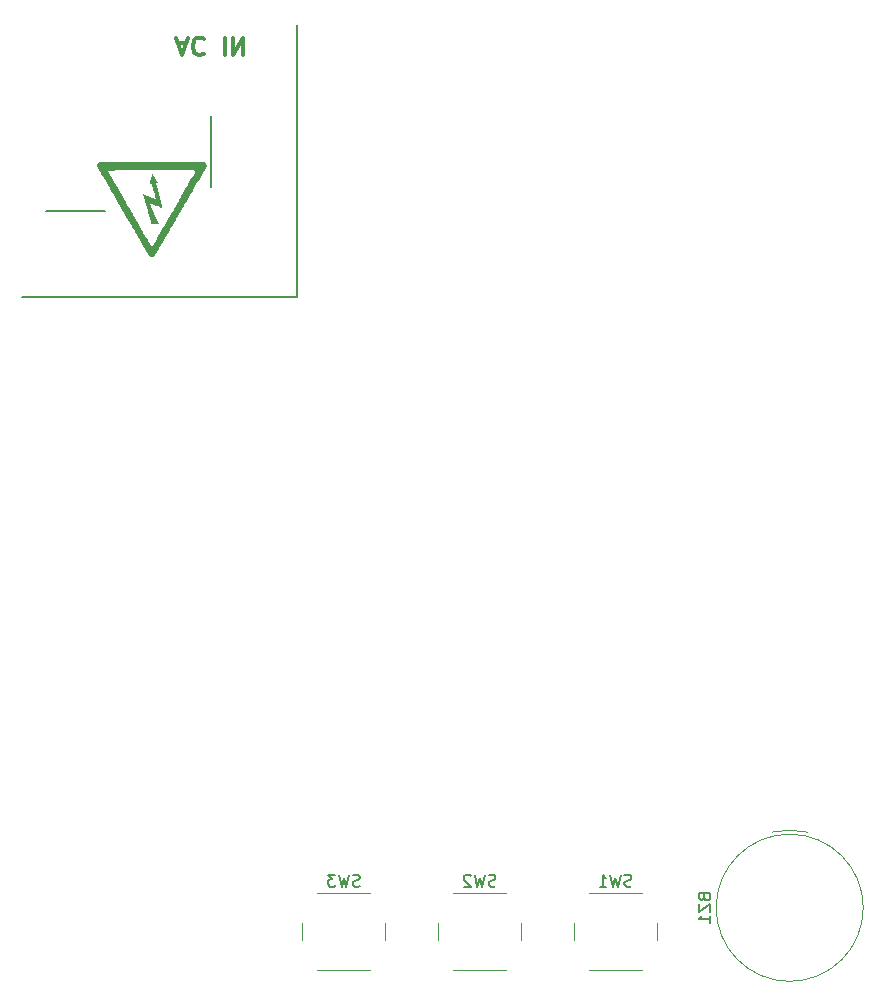
<source format=gbr>
%TF.GenerationSoftware,KiCad,Pcbnew,(6.0.1)*%
%TF.CreationDate,2022-06-09T16:49:39-03:00*%
%TF.ProjectId,alimentador automatico para pets,616c696d-656e-4746-9164-6f7220617574,rev?*%
%TF.SameCoordinates,Original*%
%TF.FileFunction,Legend,Bot*%
%TF.FilePolarity,Positive*%
%FSLAX46Y46*%
G04 Gerber Fmt 4.6, Leading zero omitted, Abs format (unit mm)*
G04 Created by KiCad (PCBNEW (6.0.1)) date 2022-06-09 16:49:39*
%MOMM*%
%LPD*%
G01*
G04 APERTURE LIST*
%ADD10C,0.150000*%
%ADD11C,0.300000*%
%ADD12C,0.120000*%
G04 APERTURE END LIST*
D10*
X26000000Y-41000000D02*
X31000000Y-41000000D01*
X47250000Y-48250000D02*
X24000000Y-48250000D01*
X40000000Y-39000000D02*
X40000000Y-33000000D01*
X47250000Y-48250000D02*
X47250000Y-25250000D01*
D11*
X37178571Y-26750000D02*
X37892857Y-26750000D01*
X37035714Y-26321428D02*
X37535714Y-27821428D01*
X38035714Y-26321428D01*
X39392857Y-26464285D02*
X39321428Y-26392857D01*
X39107142Y-26321428D01*
X38964285Y-26321428D01*
X38750000Y-26392857D01*
X38607142Y-26535714D01*
X38535714Y-26678571D01*
X38464285Y-26964285D01*
X38464285Y-27178571D01*
X38535714Y-27464285D01*
X38607142Y-27607142D01*
X38750000Y-27750000D01*
X38964285Y-27821428D01*
X39107142Y-27821428D01*
X39321428Y-27750000D01*
X39392857Y-27678571D01*
X41178571Y-26321428D02*
X41178571Y-27821428D01*
X41892857Y-26321428D02*
X41892857Y-27821428D01*
X42750000Y-26321428D01*
X42750000Y-27821428D01*
D10*
%TO.C,BZ1*%
X81758571Y-99119047D02*
X81806190Y-99261904D01*
X81853809Y-99309523D01*
X81949047Y-99357142D01*
X82091904Y-99357142D01*
X82187142Y-99309523D01*
X82234761Y-99261904D01*
X82282380Y-99166666D01*
X82282380Y-98785714D01*
X81282380Y-98785714D01*
X81282380Y-99119047D01*
X81330000Y-99214285D01*
X81377619Y-99261904D01*
X81472857Y-99309523D01*
X81568095Y-99309523D01*
X81663333Y-99261904D01*
X81710952Y-99214285D01*
X81758571Y-99119047D01*
X81758571Y-98785714D01*
X81282380Y-99690476D02*
X81282380Y-100357142D01*
X82282380Y-99690476D01*
X82282380Y-100357142D01*
X82282380Y-101261904D02*
X82282380Y-100690476D01*
X82282380Y-100976190D02*
X81282380Y-100976190D01*
X81425238Y-100880952D01*
X81520476Y-100785714D01*
X81568095Y-100690476D01*
%TO.C,SW3*%
X52583333Y-98154761D02*
X52440476Y-98202380D01*
X52202380Y-98202380D01*
X52107142Y-98154761D01*
X52059523Y-98107142D01*
X52011904Y-98011904D01*
X52011904Y-97916666D01*
X52059523Y-97821428D01*
X52107142Y-97773809D01*
X52202380Y-97726190D01*
X52392857Y-97678571D01*
X52488095Y-97630952D01*
X52535714Y-97583333D01*
X52583333Y-97488095D01*
X52583333Y-97392857D01*
X52535714Y-97297619D01*
X52488095Y-97250000D01*
X52392857Y-97202380D01*
X52154761Y-97202380D01*
X52011904Y-97250000D01*
X51678571Y-97202380D02*
X51440476Y-98202380D01*
X51250000Y-97488095D01*
X51059523Y-98202380D01*
X50821428Y-97202380D01*
X50535714Y-97202380D02*
X49916666Y-97202380D01*
X50250000Y-97583333D01*
X50107142Y-97583333D01*
X50011904Y-97630952D01*
X49964285Y-97678571D01*
X49916666Y-97773809D01*
X49916666Y-98011904D01*
X49964285Y-98107142D01*
X50011904Y-98154761D01*
X50107142Y-98202380D01*
X50392857Y-98202380D01*
X50488095Y-98154761D01*
X50535714Y-98107142D01*
%TO.C,SW2*%
X64083333Y-98154761D02*
X63940476Y-98202380D01*
X63702380Y-98202380D01*
X63607142Y-98154761D01*
X63559523Y-98107142D01*
X63511904Y-98011904D01*
X63511904Y-97916666D01*
X63559523Y-97821428D01*
X63607142Y-97773809D01*
X63702380Y-97726190D01*
X63892857Y-97678571D01*
X63988095Y-97630952D01*
X64035714Y-97583333D01*
X64083333Y-97488095D01*
X64083333Y-97392857D01*
X64035714Y-97297619D01*
X63988095Y-97250000D01*
X63892857Y-97202380D01*
X63654761Y-97202380D01*
X63511904Y-97250000D01*
X63178571Y-97202380D02*
X62940476Y-98202380D01*
X62750000Y-97488095D01*
X62559523Y-98202380D01*
X62321428Y-97202380D01*
X61988095Y-97297619D02*
X61940476Y-97250000D01*
X61845238Y-97202380D01*
X61607142Y-97202380D01*
X61511904Y-97250000D01*
X61464285Y-97297619D01*
X61416666Y-97392857D01*
X61416666Y-97488095D01*
X61464285Y-97630952D01*
X62035714Y-98202380D01*
X61416666Y-98202380D01*
%TO.C,SW1*%
X75583333Y-98154761D02*
X75440476Y-98202380D01*
X75202380Y-98202380D01*
X75107142Y-98154761D01*
X75059523Y-98107142D01*
X75011904Y-98011904D01*
X75011904Y-97916666D01*
X75059523Y-97821428D01*
X75107142Y-97773809D01*
X75202380Y-97726190D01*
X75392857Y-97678571D01*
X75488095Y-97630952D01*
X75535714Y-97583333D01*
X75583333Y-97488095D01*
X75583333Y-97392857D01*
X75535714Y-97297619D01*
X75488095Y-97250000D01*
X75392857Y-97202380D01*
X75154761Y-97202380D01*
X75011904Y-97250000D01*
X74678571Y-97202380D02*
X74440476Y-98202380D01*
X74250000Y-97488095D01*
X74059523Y-98202380D01*
X73821428Y-97202380D01*
X72916666Y-98202380D02*
X73488095Y-98202380D01*
X73202380Y-98202380D02*
X73202380Y-97202380D01*
X73297619Y-97345238D01*
X73392857Y-97440476D01*
X73488095Y-97488095D01*
%TO.C,G\u002A\u002A\u002A*%
G36*
X35046214Y-37889417D02*
G01*
X35054535Y-37900353D01*
X35073891Y-37927900D01*
X35102582Y-37969529D01*
X35138907Y-38022715D01*
X35181167Y-38084931D01*
X35227663Y-38153650D01*
X35276696Y-38226346D01*
X35326564Y-38300492D01*
X35375570Y-38373560D01*
X35422013Y-38443026D01*
X35464194Y-38506362D01*
X35500413Y-38561041D01*
X35528971Y-38604536D01*
X35548168Y-38634322D01*
X35556304Y-38647871D01*
X35555108Y-38649590D01*
X35537945Y-38653175D01*
X35504681Y-38655662D01*
X35460356Y-38656593D01*
X35453660Y-38656611D01*
X35403580Y-38658291D01*
X35371708Y-38662485D01*
X35360531Y-38668885D01*
X35362579Y-38680412D01*
X35370325Y-38713207D01*
X35383325Y-38764648D01*
X35401029Y-38832669D01*
X35422891Y-38915204D01*
X35448362Y-39010188D01*
X35476894Y-39115554D01*
X35507940Y-39229237D01*
X35540952Y-39349170D01*
X35541347Y-39350602D01*
X35568298Y-39448710D01*
X35598627Y-39560019D01*
X35629923Y-39675630D01*
X35659778Y-39786641D01*
X35685782Y-39884152D01*
X35694566Y-39917210D01*
X35720857Y-40015522D01*
X35750513Y-40125689D01*
X35781472Y-40240085D01*
X35811672Y-40351087D01*
X35839053Y-40451068D01*
X35839075Y-40451148D01*
X35860726Y-40530861D01*
X35879811Y-40603046D01*
X35895587Y-40664729D01*
X35907309Y-40712936D01*
X35914233Y-40744696D01*
X35915615Y-40757034D01*
X35915472Y-40757154D01*
X35901910Y-40755609D01*
X35873333Y-40746518D01*
X35835716Y-40731769D01*
X35791877Y-40713460D01*
X35727008Y-40686796D01*
X35651302Y-40656023D01*
X35567253Y-40622125D01*
X35477353Y-40586086D01*
X35384096Y-40548892D01*
X35289975Y-40511528D01*
X35197483Y-40474978D01*
X35109113Y-40440226D01*
X35027358Y-40408259D01*
X34954712Y-40380061D01*
X34893668Y-40356617D01*
X34846719Y-40338910D01*
X34816358Y-40327928D01*
X34805078Y-40324653D01*
X34807603Y-40334671D01*
X34818406Y-40363333D01*
X34836448Y-40407736D01*
X34860545Y-40465027D01*
X34889513Y-40532352D01*
X34922168Y-40606857D01*
X34958170Y-40688300D01*
X35034179Y-40860292D01*
X35101521Y-41012744D01*
X35160723Y-41146857D01*
X35212315Y-41263832D01*
X35256825Y-41364870D01*
X35294780Y-41451172D01*
X35326710Y-41523938D01*
X35353143Y-41584369D01*
X35374606Y-41633666D01*
X35391629Y-41673031D01*
X35404740Y-41703663D01*
X35425956Y-41752965D01*
X35455332Y-41820112D01*
X35486869Y-41891308D01*
X35516594Y-41957534D01*
X35523072Y-41971870D01*
X35545992Y-42023011D01*
X35564545Y-42065066D01*
X35576969Y-42094010D01*
X35581502Y-42105817D01*
X35572126Y-42107027D01*
X35542375Y-42108222D01*
X35495223Y-42109238D01*
X35433729Y-42110025D01*
X35360951Y-42110534D01*
X35279946Y-42110714D01*
X34978391Y-42110714D01*
X34961444Y-42049656D01*
X34959816Y-42043805D01*
X34948624Y-42003869D01*
X34931849Y-41944318D01*
X34910135Y-41867419D01*
X34884123Y-41775437D01*
X34854458Y-41670640D01*
X34821781Y-41555292D01*
X34786737Y-41431661D01*
X34749967Y-41302011D01*
X34712116Y-41168610D01*
X34673825Y-41033724D01*
X34635738Y-40899618D01*
X34598498Y-40768559D01*
X34562748Y-40642812D01*
X34529131Y-40524645D01*
X34498289Y-40416323D01*
X34470866Y-40320112D01*
X34447504Y-40238278D01*
X34439949Y-40211831D01*
X34410381Y-40108158D01*
X34381932Y-40008149D01*
X34355484Y-39914921D01*
X34331919Y-39831588D01*
X34312117Y-39761268D01*
X34296960Y-39707076D01*
X34287331Y-39672127D01*
X34258442Y-39565363D01*
X34283227Y-39575069D01*
X34283455Y-39575158D01*
X34299797Y-39581699D01*
X34335406Y-39596026D01*
X34388074Y-39617249D01*
X34455591Y-39644477D01*
X34535750Y-39676820D01*
X34626343Y-39713386D01*
X34725160Y-39753285D01*
X34829995Y-39795627D01*
X34838527Y-39799072D01*
X34941993Y-39840733D01*
X35038569Y-39879398D01*
X35126162Y-39914244D01*
X35202677Y-39944448D01*
X35266021Y-39969186D01*
X35314098Y-39987636D01*
X35344814Y-39998974D01*
X35356077Y-40002379D01*
X35355817Y-39999800D01*
X35350832Y-39978890D01*
X35340280Y-39938879D01*
X35324792Y-39882002D01*
X35305002Y-39810495D01*
X35281542Y-39726595D01*
X35255046Y-39632538D01*
X35226146Y-39530559D01*
X35195476Y-39422895D01*
X35163667Y-39311782D01*
X35131354Y-39199457D01*
X35099169Y-39088154D01*
X35067744Y-38980111D01*
X35037714Y-38877564D01*
X34981295Y-38685668D01*
X34873276Y-38682310D01*
X34835491Y-38680945D01*
X34798952Y-38678502D01*
X34778979Y-38674646D01*
X34771646Y-38668466D01*
X34773025Y-38659050D01*
X34773397Y-38658075D01*
X34780256Y-38638965D01*
X34793462Y-38601418D01*
X34811927Y-38548572D01*
X34834560Y-38483568D01*
X34860272Y-38409545D01*
X34887974Y-38329643D01*
X34916575Y-38247002D01*
X34944986Y-38164760D01*
X34972118Y-38086057D01*
X34996881Y-38014034D01*
X35012923Y-37968576D01*
X35028420Y-37927379D01*
X35040043Y-37899506D01*
X35046064Y-37889334D01*
X35046214Y-37889417D01*
G37*
G36*
X30461605Y-37408127D02*
G01*
X30407141Y-37313324D01*
X30395118Y-37292103D01*
X30373405Y-37250494D01*
X30360909Y-37217973D01*
X30355201Y-37187117D01*
X30353851Y-37150504D01*
X30355423Y-37121715D01*
X30374385Y-37048824D01*
X30413093Y-36984823D01*
X30469343Y-36932713D01*
X30540936Y-36895495D01*
X30544378Y-36894568D01*
X30553721Y-36893161D01*
X30568392Y-36891838D01*
X30589054Y-36890595D01*
X30616373Y-36889430D01*
X30651011Y-36888339D01*
X30693634Y-36887322D01*
X30744905Y-36886374D01*
X30805489Y-36885494D01*
X30876050Y-36884678D01*
X30957251Y-36883925D01*
X31049758Y-36883231D01*
X31154234Y-36882594D01*
X31271343Y-36882012D01*
X31401751Y-36881481D01*
X31546119Y-36880999D01*
X31705114Y-36880563D01*
X31879399Y-36880172D01*
X32069638Y-36879822D01*
X32276496Y-36879510D01*
X32500636Y-36879235D01*
X32742723Y-36878993D01*
X33003421Y-36878782D01*
X33283394Y-36878599D01*
X33583306Y-36878442D01*
X33903822Y-36878307D01*
X34245605Y-36878194D01*
X34609320Y-36878098D01*
X34995631Y-36878017D01*
X35263901Y-36877971D01*
X35632377Y-36877920D01*
X35978743Y-36877892D01*
X36303678Y-36877888D01*
X36607860Y-36877912D01*
X36891970Y-36877965D01*
X37156686Y-36878051D01*
X37402688Y-36878172D01*
X37630655Y-36878330D01*
X37841267Y-36878529D01*
X38035202Y-36878770D01*
X38213140Y-36879056D01*
X38375760Y-36879390D01*
X38523743Y-36879775D01*
X38657766Y-36880212D01*
X38778509Y-36880705D01*
X38886652Y-36881256D01*
X38982874Y-36881868D01*
X39067854Y-36882543D01*
X39142271Y-36883283D01*
X39206805Y-36884092D01*
X39262135Y-36884972D01*
X39308941Y-36885925D01*
X39347901Y-36886954D01*
X39379695Y-36888062D01*
X39405002Y-36889251D01*
X39424502Y-36890524D01*
X39438874Y-36891883D01*
X39448797Y-36893331D01*
X39454951Y-36894871D01*
X39486621Y-36907882D01*
X39553428Y-36950762D01*
X39603600Y-37007251D01*
X39635164Y-37074710D01*
X39646149Y-37150504D01*
X39645971Y-37166561D01*
X39643142Y-37199938D01*
X39634967Y-37230575D01*
X39619016Y-37265896D01*
X39592860Y-37313324D01*
X39585750Y-37325724D01*
X39529933Y-37422826D01*
X39466741Y-37532389D01*
X39399957Y-37647880D01*
X39333361Y-37762769D01*
X39270734Y-37870521D01*
X39215859Y-37964606D01*
X39185304Y-38016885D01*
X39116921Y-38133974D01*
X39039098Y-38267334D01*
X38953321Y-38414412D01*
X38861077Y-38572660D01*
X38763856Y-38739524D01*
X38663143Y-38912454D01*
X38562172Y-39085802D01*
X38450922Y-39276668D01*
X38339721Y-39467322D01*
X38231474Y-39652785D01*
X38129086Y-39828081D01*
X38035460Y-39988232D01*
X38028398Y-40000308D01*
X37984916Y-40074781D01*
X37933274Y-40163383D01*
X37876408Y-40261064D01*
X37817257Y-40362776D01*
X37758757Y-40463473D01*
X37703847Y-40558104D01*
X37688968Y-40583761D01*
X37634846Y-40677000D01*
X37579359Y-40772474D01*
X37525111Y-40865712D01*
X37474707Y-40952240D01*
X37430748Y-41027584D01*
X37395840Y-41087271D01*
X37365415Y-41139257D01*
X37320831Y-41215579D01*
X37270096Y-41302544D01*
X37216217Y-41394995D01*
X37162201Y-41487777D01*
X37111054Y-41575732D01*
X37077543Y-41633380D01*
X37018004Y-41735737D01*
X36954491Y-41844859D01*
X36890917Y-41954023D01*
X36831194Y-42056512D01*
X36779236Y-42145604D01*
X36754515Y-42187974D01*
X36697188Y-42286244D01*
X36634307Y-42394059D01*
X36570006Y-42504325D01*
X36508422Y-42609951D01*
X36453690Y-42703846D01*
X36415476Y-42769392D01*
X36364470Y-42856826D01*
X36313798Y-42943632D01*
X36266304Y-43024942D01*
X36224830Y-43095888D01*
X36192219Y-43151602D01*
X36177809Y-43176216D01*
X36139977Y-43241000D01*
X36103137Y-43304291D01*
X36070886Y-43359903D01*
X36046823Y-43401648D01*
X36029544Y-43431639D01*
X36001283Y-43480440D01*
X35965422Y-43542203D01*
X35924126Y-43613202D01*
X35879563Y-43689709D01*
X35833900Y-43767994D01*
X35809192Y-43810328D01*
X35752564Y-43907394D01*
X35691940Y-44011355D01*
X35631251Y-44115466D01*
X35574430Y-44212983D01*
X35525408Y-44297161D01*
X35506276Y-44330025D01*
X35459236Y-44410813D01*
X35411950Y-44492009D01*
X35367403Y-44568485D01*
X35328583Y-44635114D01*
X35298476Y-44686767D01*
X35265786Y-44741325D01*
X35224604Y-44803543D01*
X35187493Y-44849577D01*
X35151475Y-44882495D01*
X35113568Y-44905368D01*
X35070793Y-44921265D01*
X35059927Y-44924178D01*
X34984038Y-44931343D01*
X34910001Y-44916055D01*
X34841218Y-44878941D01*
X34838673Y-44877056D01*
X34827650Y-44868320D01*
X34816656Y-44858007D01*
X34804628Y-44844430D01*
X34790504Y-44825903D01*
X34773220Y-44800741D01*
X34751714Y-44767256D01*
X34724923Y-44723763D01*
X34691784Y-44668576D01*
X34651234Y-44600009D01*
X34602210Y-44516374D01*
X34543650Y-44415987D01*
X34474490Y-44297161D01*
X34452091Y-44258666D01*
X34398847Y-44167216D01*
X34339695Y-44065680D01*
X34278567Y-43960801D01*
X34219392Y-43859325D01*
X34166101Y-43767994D01*
X34124554Y-43696772D01*
X34079803Y-43619951D01*
X34038123Y-43548301D01*
X34001681Y-43485548D01*
X33972643Y-43435422D01*
X33953177Y-43401648D01*
X33944890Y-43387228D01*
X33917167Y-43339272D01*
X33882676Y-43279891D01*
X33845015Y-43215272D01*
X33807781Y-43151602D01*
X33785355Y-43113297D01*
X33745867Y-43045763D01*
X33699653Y-42966654D01*
X33649621Y-42880948D01*
X33598678Y-42793624D01*
X33549732Y-42709661D01*
X33528862Y-42673850D01*
X33470550Y-42573811D01*
X33406588Y-42464112D01*
X33341316Y-42352189D01*
X33279069Y-42245479D01*
X33224185Y-42151419D01*
X33192907Y-42097807D01*
X33134657Y-41997886D01*
X33071149Y-41888873D01*
X33006371Y-41777613D01*
X32944308Y-41670951D01*
X32888947Y-41575732D01*
X32846377Y-41502520D01*
X32792623Y-41410172D01*
X32738517Y-41317316D01*
X32687068Y-41229110D01*
X32641280Y-41150709D01*
X32604160Y-41087271D01*
X32595242Y-41072042D01*
X32557477Y-41007415D01*
X32511407Y-40928412D01*
X32459635Y-40839506D01*
X32404767Y-40745171D01*
X32349405Y-40649879D01*
X32296153Y-40558104D01*
X32286185Y-40540915D01*
X32230371Y-40444750D01*
X32171523Y-40343474D01*
X32112579Y-40242137D01*
X32056475Y-40145785D01*
X32006150Y-40059468D01*
X31964541Y-39988232D01*
X31877779Y-39839828D01*
X31775909Y-39665429D01*
X31667977Y-39480515D01*
X31556889Y-39290062D01*
X31445547Y-39099049D01*
X31336858Y-38912454D01*
X31285509Y-38824277D01*
X31186379Y-38654100D01*
X31091492Y-38491281D01*
X31002338Y-38338371D01*
X30920403Y-38197921D01*
X30847175Y-38072482D01*
X30784141Y-37964606D01*
X30776964Y-37952325D01*
X30720757Y-37855901D01*
X30657337Y-37746737D01*
X30590484Y-37631365D01*
X30563151Y-37584081D01*
X31278389Y-37584081D01*
X31280708Y-37589842D01*
X31291387Y-37610540D01*
X31310967Y-37646478D01*
X31339703Y-37698099D01*
X31377845Y-37765845D01*
X31425648Y-37850161D01*
X31483363Y-37951488D01*
X31551243Y-38070271D01*
X31629541Y-38206953D01*
X31718508Y-38361976D01*
X31818399Y-38535784D01*
X31929464Y-38728821D01*
X32051958Y-38941529D01*
X32090175Y-39007922D01*
X32136668Y-39088827D01*
X32181157Y-39166381D01*
X32221237Y-39236385D01*
X32254501Y-39294641D01*
X32278544Y-39336950D01*
X32283748Y-39346136D01*
X32309326Y-39391078D01*
X32343809Y-39451447D01*
X32385076Y-39523536D01*
X32431004Y-39603641D01*
X32479469Y-39688057D01*
X32528351Y-39773077D01*
X32573509Y-39851582D01*
X32636584Y-39961291D01*
X32703567Y-40077848D01*
X32770581Y-40194503D01*
X32833745Y-40304503D01*
X32889181Y-40401099D01*
X32932856Y-40477216D01*
X32994785Y-40585113D01*
X33061320Y-40701007D01*
X33128583Y-40818144D01*
X33192696Y-40929767D01*
X33249778Y-41029121D01*
X33299378Y-41115451D01*
X33359445Y-41220030D01*
X33421677Y-41328410D01*
X33482636Y-41434599D01*
X33538881Y-41532605D01*
X33586972Y-41616438D01*
X33630109Y-41691626D01*
X33685737Y-41788533D01*
X33746413Y-41894188D01*
X33808697Y-42002603D01*
X33869149Y-42107788D01*
X33924329Y-42203754D01*
X33937704Y-42227013D01*
X33986674Y-42312242D01*
X34034652Y-42395845D01*
X34079513Y-42474117D01*
X34119135Y-42543351D01*
X34151395Y-42599841D01*
X34174169Y-42639881D01*
X34178913Y-42648246D01*
X34208177Y-42699666D01*
X34245428Y-42764870D01*
X34289514Y-42841862D01*
X34339284Y-42928643D01*
X34393587Y-43023217D01*
X34451273Y-43123586D01*
X34511190Y-43227753D01*
X34572187Y-43333719D01*
X34633114Y-43439488D01*
X34692819Y-43543062D01*
X34750152Y-43642443D01*
X34803961Y-43735634D01*
X34853096Y-43820638D01*
X34896405Y-43895456D01*
X34932739Y-43958092D01*
X34960944Y-44006548D01*
X34979872Y-44038827D01*
X34988370Y-44052930D01*
X34989989Y-44055321D01*
X35000515Y-44064526D01*
X35011565Y-44052930D01*
X35018907Y-44040675D01*
X35037173Y-44009388D01*
X35065405Y-43960698D01*
X35102782Y-43896035D01*
X35148478Y-43816832D01*
X35201670Y-43724523D01*
X35261535Y-43620538D01*
X35327249Y-43506311D01*
X35397987Y-43383274D01*
X35472926Y-43252859D01*
X35551243Y-43116499D01*
X35632114Y-42975626D01*
X35714714Y-42831672D01*
X35798220Y-42686070D01*
X35881809Y-42540252D01*
X35964656Y-42395650D01*
X36016164Y-42305732D01*
X36084320Y-42186772D01*
X36153716Y-42065672D01*
X36222219Y-41946151D01*
X36287696Y-41831931D01*
X36348013Y-41726733D01*
X36401039Y-41634278D01*
X36444639Y-41558287D01*
X36461979Y-41528070D01*
X36507304Y-41449057D01*
X36561521Y-41354511D01*
X36622805Y-41247618D01*
X36689328Y-41131566D01*
X36759263Y-41009543D01*
X36830783Y-40884735D01*
X36902062Y-40760330D01*
X36971272Y-40639514D01*
X37024219Y-40547082D01*
X37085150Y-40440719D01*
X37143925Y-40338128D01*
X37201523Y-40237598D01*
X37258927Y-40137420D01*
X37317116Y-40035882D01*
X37377071Y-39931273D01*
X37439772Y-39821884D01*
X37506201Y-39706002D01*
X37577338Y-39581918D01*
X37654164Y-39447922D01*
X37737658Y-39302301D01*
X37828803Y-39143346D01*
X37928577Y-38969346D01*
X38037963Y-38778590D01*
X38157940Y-38569368D01*
X38166838Y-38553852D01*
X38259104Y-38392934D01*
X38340513Y-38250895D01*
X38411730Y-38126553D01*
X38473420Y-38018721D01*
X38526248Y-37926217D01*
X38570879Y-37847856D01*
X38607977Y-37782453D01*
X38638210Y-37728825D01*
X38662240Y-37685786D01*
X38680733Y-37652154D01*
X38694355Y-37626743D01*
X38703771Y-37608369D01*
X38709644Y-37595848D01*
X38712641Y-37587996D01*
X38713427Y-37583629D01*
X38712666Y-37581561D01*
X38705479Y-37581039D01*
X38676368Y-37580388D01*
X38625901Y-37579776D01*
X38555139Y-37579204D01*
X38465145Y-37578669D01*
X38356981Y-37578173D01*
X38231709Y-37577715D01*
X38090392Y-37577295D01*
X37934091Y-37576911D01*
X37763870Y-37576565D01*
X37580791Y-37576254D01*
X37385915Y-37575980D01*
X37180306Y-37575741D01*
X36965025Y-37575538D01*
X36741134Y-37575370D01*
X36509697Y-37575236D01*
X36271775Y-37575137D01*
X36028431Y-37575071D01*
X35780727Y-37575039D01*
X35529726Y-37575040D01*
X35276489Y-37575074D01*
X35022079Y-37575141D01*
X34767558Y-37575239D01*
X34513988Y-37575369D01*
X34262433Y-37575531D01*
X34013954Y-37575723D01*
X33769613Y-37575947D01*
X33530473Y-37576200D01*
X33297596Y-37576483D01*
X33072045Y-37576796D01*
X32854881Y-37577139D01*
X32647168Y-37577510D01*
X32449967Y-37577909D01*
X32264340Y-37578337D01*
X32091350Y-37578792D01*
X31932060Y-37579275D01*
X31787531Y-37579785D01*
X31658826Y-37580321D01*
X31547008Y-37580884D01*
X31453138Y-37581473D01*
X31378278Y-37582088D01*
X31323492Y-37582727D01*
X31289842Y-37583392D01*
X31278389Y-37584081D01*
X30563151Y-37584081D01*
X30523979Y-37516318D01*
X30461605Y-37408127D01*
G37*
D12*
%TO.C,BZ1*%
X95230000Y-100000000D02*
G75*
G03*
X95230000Y-100000000I-6230000J0D01*
G01*
X90499999Y-93600000D02*
G75*
G03*
X87500000Y-93600000I-1499999J-6400010D01*
G01*
%TO.C,SW3*%
X49000000Y-98750000D02*
X53500000Y-98750000D01*
X54750000Y-101250000D02*
X54750000Y-102750000D01*
X53500000Y-105250000D02*
X49000000Y-105250000D01*
X47750000Y-102750000D02*
X47750000Y-101250000D01*
%TO.C,SW2*%
X59250000Y-102750000D02*
X59250000Y-101250000D01*
X66250000Y-101250000D02*
X66250000Y-102750000D01*
X65000000Y-105250000D02*
X60500000Y-105250000D01*
X60500000Y-98750000D02*
X65000000Y-98750000D01*
%TO.C,SW1*%
X70750000Y-102750000D02*
X70750000Y-101250000D01*
X72000000Y-98750000D02*
X76500000Y-98750000D01*
X76500000Y-105250000D02*
X72000000Y-105250000D01*
X77750000Y-101250000D02*
X77750000Y-102750000D01*
%TD*%
M02*

</source>
